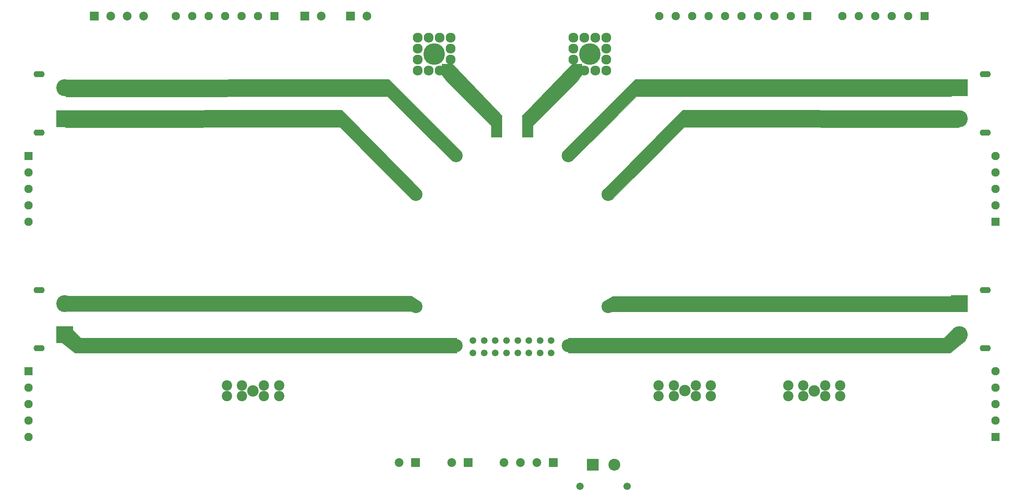
<source format=gbs>
G04 #@! TF.GenerationSoftware,KiCad,Pcbnew,8.0.4*
G04 #@! TF.CreationDate,2025-02-19T19:20:14+01:00*
G04 #@! TF.ProjectId,Quiver_PDB_01,51756976-6572-45f5-9044-425f30312e6b,rev?*
G04 #@! TF.SameCoordinates,Original*
G04 #@! TF.FileFunction,Soldermask,Bot*
G04 #@! TF.FilePolarity,Negative*
%FSLAX46Y46*%
G04 Gerber Fmt 4.6, Leading zero omitted, Abs format (unit mm)*
G04 Created by KiCad (PCBNEW 8.0.4) date 2025-02-19 19:20:14*
%MOMM*%
%LPD*%
G01*
G04 APERTURE LIST*
G04 Aperture macros list*
%AMRoundRect*
0 Rectangle with rounded corners*
0 $1 Rounding radius*
0 $2 $3 $4 $5 $6 $7 $8 $9 X,Y pos of 4 corners*
0 Add a 4 corners polygon primitive as box body*
4,1,4,$2,$3,$4,$5,$6,$7,$8,$9,$2,$3,0*
0 Add four circle primitives for the rounded corners*
1,1,$1+$1,$2,$3*
1,1,$1+$1,$4,$5*
1,1,$1+$1,$6,$7*
1,1,$1+$1,$8,$9*
0 Add four rect primitives between the rounded corners*
20,1,$1+$1,$2,$3,$4,$5,0*
20,1,$1+$1,$4,$5,$6,$7,0*
20,1,$1+$1,$6,$7,$8,$9,0*
20,1,$1+$1,$8,$9,$2,$3,0*%
G04 Aperture macros list end*
%ADD10C,0.100000*%
%ADD11C,2.650000*%
%ADD12C,2.400000*%
%ADD13C,3.054000*%
%ADD14RoundRect,0.102000X1.200000X1.200000X-1.200000X1.200000X-1.200000X-1.200000X1.200000X-1.200000X0*%
%ADD15C,1.550000*%
%ADD16R,1.950000X1.950000*%
%ADD17C,1.950000*%
%ADD18R,2.025000X2.025000*%
%ADD19C,2.025000*%
%ADD20C,5.000000*%
%ADD21C,2.300000*%
%ADD22C,2.754000*%
%ADD23RoundRect,0.102000X1.275000X1.275000X-1.275000X1.275000X-1.275000X-1.275000X1.275000X-1.275000X0*%
%ADD24C,1.712000*%
%ADD25RoundRect,0.102000X-1.858000X1.858000X-1.858000X-1.858000X1.858000X-1.858000X1.858000X1.858000X0*%
%ADD26C,3.920000*%
%ADD27O,2.604000X1.404000*%
%ADD28RoundRect,0.102000X1.858000X-1.858000X1.858000X1.858000X-1.858000X1.858000X-1.858000X-1.858000X0*%
G04 APERTURE END LIST*
D10*
X50100000Y-112800000D02*
X137200000Y-112800000D01*
X137200000Y-116200000D01*
X48700000Y-116200000D01*
X45200000Y-113400000D01*
X47900000Y-110600000D01*
X50100000Y-112800000D01*
G36*
X50100000Y-112800000D02*
G01*
X137200000Y-112800000D01*
X137200000Y-116200000D01*
X48700000Y-116200000D01*
X45200000Y-113400000D01*
X47900000Y-110600000D01*
X50100000Y-112800000D01*
G37*
X251800000Y-56800000D02*
X178900000Y-56800000D01*
X164000000Y-71600000D01*
X161900000Y-69500000D01*
X178500000Y-52800000D01*
X251800000Y-52800000D01*
X251800000Y-56800000D01*
G36*
X251800000Y-56800000D02*
G01*
X178900000Y-56800000D01*
X164000000Y-71600000D01*
X161900000Y-69500000D01*
X178500000Y-52800000D01*
X251800000Y-52800000D01*
X251800000Y-56800000D01*
G37*
X255000000Y-113400000D02*
X251500000Y-116200000D01*
X163000000Y-116200000D01*
X163000000Y-112800000D01*
X250100000Y-112800000D01*
X252300000Y-110600000D01*
X255000000Y-113400000D01*
G36*
X255000000Y-113400000D02*
G01*
X251500000Y-116200000D01*
X163000000Y-116200000D01*
X163000000Y-112800000D01*
X250100000Y-112800000D01*
X252300000Y-110600000D01*
X255000000Y-113400000D01*
G37*
X128902037Y-78597963D02*
X126802037Y-80697963D01*
X110102037Y-63897963D01*
X46502037Y-63997963D01*
X46502037Y-59997963D01*
X110502037Y-59897963D01*
X128902037Y-78597963D01*
G36*
X128902037Y-78597963D02*
G01*
X126802037Y-80697963D01*
X110102037Y-63897963D01*
X46502037Y-63997963D01*
X46502037Y-59997963D01*
X110502037Y-59897963D01*
X128902037Y-78597963D01*
G37*
X251700000Y-106700000D02*
X173100000Y-106700000D01*
X171600000Y-104100000D01*
X173400000Y-103100000D01*
X251700000Y-103100000D01*
X251700000Y-106700000D01*
G36*
X251700000Y-106700000D02*
G01*
X173100000Y-106700000D01*
X171600000Y-104100000D01*
X173400000Y-103100000D01*
X251700000Y-103100000D01*
X251700000Y-106700000D01*
G37*
X166200000Y-51800000D02*
X165138118Y-53229091D01*
X154838118Y-63529091D01*
X152300000Y-61329091D01*
X163938118Y-49229091D01*
X166200000Y-49229091D01*
X166200000Y-51800000D01*
G36*
X166200000Y-51800000D02*
G01*
X165138118Y-53229091D01*
X154838118Y-63529091D01*
X152300000Y-61329091D01*
X163938118Y-49229091D01*
X166200000Y-49229091D01*
X166200000Y-51800000D01*
G37*
X128500000Y-104200000D02*
X127100000Y-106600000D01*
X46300000Y-106600000D01*
X46300000Y-103000000D01*
X126700000Y-103000000D01*
X128500000Y-104200000D01*
G36*
X128500000Y-104200000D02*
G01*
X127100000Y-106600000D01*
X46300000Y-106600000D01*
X46300000Y-103000000D01*
X126700000Y-103000000D01*
X128500000Y-104200000D01*
G37*
X147700000Y-61300000D02*
X145100000Y-63500000D01*
X134800000Y-53200000D01*
X133700000Y-51800000D01*
X133700000Y-49300000D01*
X136200000Y-49300000D01*
X147700000Y-61300000D01*
G36*
X147700000Y-61300000D02*
G01*
X145100000Y-63500000D01*
X134800000Y-53200000D01*
X133700000Y-51800000D01*
X133700000Y-49300000D01*
X136200000Y-49300000D01*
X147700000Y-61300000D01*
G37*
X253500000Y-60000000D02*
X253500000Y-64000000D01*
X189900000Y-63900000D01*
X173200000Y-80700000D01*
X171100000Y-78600000D01*
X189500000Y-59900000D01*
X253500000Y-60000000D01*
G36*
X253500000Y-60000000D02*
G01*
X253500000Y-64000000D01*
X189900000Y-63900000D01*
X173200000Y-80700000D01*
X171100000Y-78600000D01*
X189500000Y-59900000D01*
X253500000Y-60000000D01*
G37*
X138102037Y-69497963D02*
X136002037Y-71597963D01*
X121102037Y-56797963D01*
X46602037Y-56897963D01*
X46602037Y-52897963D01*
X121502037Y-52797963D01*
X138102037Y-69497963D01*
G36*
X138102037Y-69497963D02*
G01*
X136002037Y-71597963D01*
X121102037Y-56797963D01*
X46602037Y-56897963D01*
X46602037Y-52897963D01*
X121502037Y-52797963D01*
X138102037Y-69497963D01*
G37*
D11*
X190000000Y-124955000D03*
D12*
X183960000Y-123750000D03*
X183960000Y-126250000D03*
X187460000Y-123750000D03*
X187460000Y-126250000D03*
X192540000Y-123750000D03*
X192540000Y-126250000D03*
X196040000Y-123750000D03*
X196040000Y-126250000D03*
D13*
X137012882Y-70500000D03*
X127762882Y-79500000D03*
X127762882Y-105500000D03*
X137012882Y-114500000D03*
X172262882Y-79500000D03*
X163012882Y-70500000D03*
X163012882Y-114500000D03*
X172262882Y-105500000D03*
D14*
X153612882Y-65000000D03*
X153612882Y-62500000D03*
X146412882Y-65000000D03*
X146412882Y-62500000D03*
D15*
X140962882Y-113350000D03*
X140962882Y-116200000D03*
X143546215Y-113350000D03*
X143546215Y-116200000D03*
X146129549Y-113350000D03*
X146129549Y-116200000D03*
X148712882Y-113350000D03*
X148712882Y-116200000D03*
X151312882Y-113350000D03*
X151312882Y-116200000D03*
X153896215Y-113350000D03*
X153896215Y-116200000D03*
X156479549Y-113350000D03*
X156479549Y-116200000D03*
X159062882Y-113350000D03*
X159062882Y-116200000D03*
D11*
X220000000Y-125045000D03*
D12*
X226040000Y-126250000D03*
X226040000Y-123750000D03*
X222540000Y-126250000D03*
X222540000Y-123750000D03*
X217460000Y-126250000D03*
X217460000Y-123750000D03*
X213960000Y-126250000D03*
X213960000Y-123750000D03*
D16*
X262000000Y-85800000D03*
D17*
X262000000Y-81990000D03*
X262000000Y-78180000D03*
X262000000Y-74370000D03*
X262000000Y-70560000D03*
D16*
X245550000Y-38200000D03*
D17*
X241740000Y-38200000D03*
X237930000Y-38200000D03*
X234120000Y-38200000D03*
X230310000Y-38200000D03*
X226500000Y-38200000D03*
D18*
X112600000Y-38200000D03*
D19*
X116410000Y-38200000D03*
D16*
X262000000Y-135700000D03*
D17*
X262000000Y-131890000D03*
X262000000Y-128080000D03*
X262000000Y-124270000D03*
X262000000Y-120460000D03*
D20*
X132000000Y-47000000D03*
D21*
X128190000Y-50810000D03*
X130730000Y-50810000D03*
X133270000Y-50810000D03*
X135810000Y-50810000D03*
X135810000Y-48270000D03*
X135810000Y-45730000D03*
X135810000Y-43190000D03*
X133270000Y-43190000D03*
X130730000Y-43190000D03*
X128190000Y-43190000D03*
X128190000Y-45730000D03*
X128190000Y-48270000D03*
D20*
X168000000Y-47000000D03*
D21*
X164190000Y-50810000D03*
X166730000Y-50810000D03*
X169270000Y-50810000D03*
X171810000Y-50810000D03*
X171810000Y-48270000D03*
X171810000Y-45730000D03*
X171810000Y-43190000D03*
X169270000Y-43190000D03*
X166730000Y-43190000D03*
X164190000Y-43190000D03*
X164190000Y-45730000D03*
X164190000Y-48270000D03*
D18*
X53200000Y-38200000D03*
D19*
X57010000Y-38200000D03*
X60820000Y-38200000D03*
X64630000Y-38200000D03*
D22*
X173700000Y-142150000D03*
D23*
X168700000Y-142150000D03*
D24*
X165700000Y-147150000D03*
X176700000Y-147150000D03*
D11*
X90000000Y-125045000D03*
D12*
X96040000Y-126250000D03*
X96040000Y-123750000D03*
X92540000Y-126250000D03*
X92540000Y-123750000D03*
X87460000Y-126250000D03*
X87460000Y-123750000D03*
X83960000Y-126250000D03*
X83960000Y-123750000D03*
D18*
X139800000Y-141650000D03*
D19*
X135990000Y-141650000D03*
D16*
X38000000Y-120500000D03*
D17*
X38000000Y-124310000D03*
X38000000Y-128120000D03*
X38000000Y-131930000D03*
X38000000Y-135740000D03*
D18*
X159600000Y-141650000D03*
D19*
X155790000Y-141650000D03*
X151980000Y-141650000D03*
X148170000Y-141650000D03*
D16*
X95000000Y-38200000D03*
D17*
X91190000Y-38200000D03*
X87380000Y-38200000D03*
X83570000Y-38200000D03*
X79760000Y-38200000D03*
X75950000Y-38200000D03*
X72140000Y-38200000D03*
D18*
X102000000Y-38200000D03*
D19*
X105810000Y-38200000D03*
D16*
X218400000Y-38200000D03*
D17*
X214590000Y-38200000D03*
X210780000Y-38200000D03*
X206970000Y-38200000D03*
X203160000Y-38200000D03*
X199350000Y-38200000D03*
X195540000Y-38200000D03*
X191730000Y-38200000D03*
X187920000Y-38200000D03*
X184110000Y-38200000D03*
D18*
X127600000Y-141650000D03*
D19*
X123790000Y-141650000D03*
D16*
X38000000Y-70600000D03*
D17*
X38000000Y-74410000D03*
X38000000Y-78220000D03*
X38000000Y-82030000D03*
X38000000Y-85840000D03*
D25*
X46400000Y-62000000D03*
D26*
X46400000Y-54800000D03*
D27*
X40400000Y-65150000D03*
X40400000Y-51650000D03*
D28*
X253600000Y-54800000D03*
D26*
X253600000Y-62000000D03*
D27*
X259600000Y-51650000D03*
X259600000Y-65150000D03*
D28*
X253600000Y-104800000D03*
D26*
X253600000Y-112000000D03*
D27*
X259600000Y-101650000D03*
X259600000Y-115150000D03*
D25*
X46400000Y-112000000D03*
D26*
X46400000Y-104800000D03*
D27*
X40400000Y-115150000D03*
X40400000Y-101650000D03*
M02*

</source>
